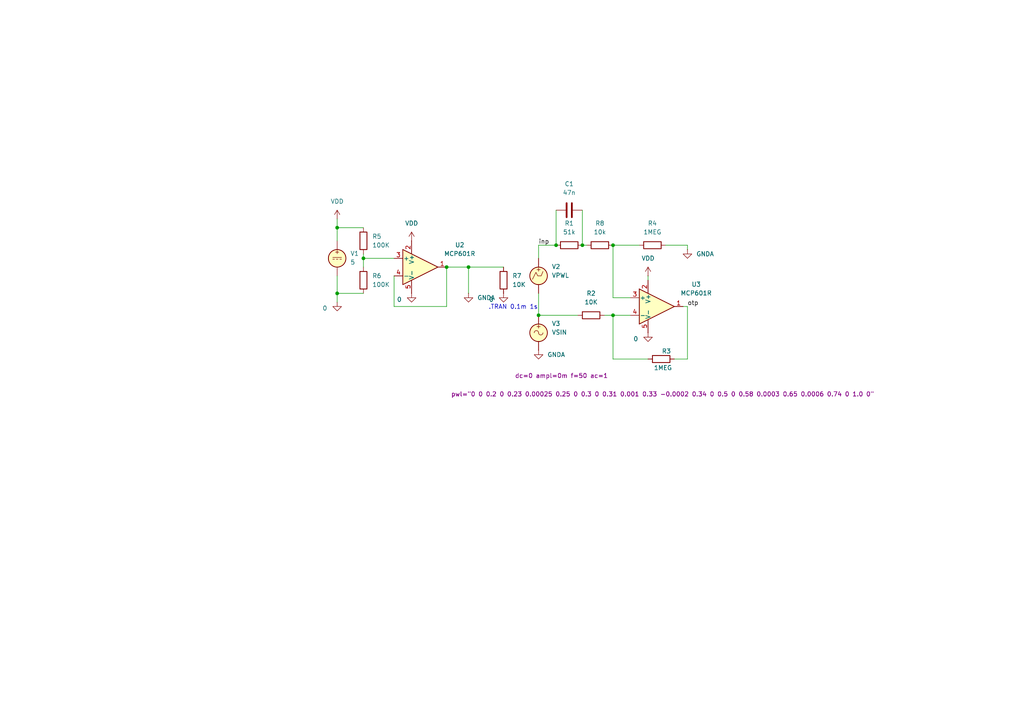
<source format=kicad_sch>
(kicad_sch (version 20250114) (generator "eeschema") (generator_version "9.0")
  (paper "A4")
  (lib_symbols
    (symbol "Amplifier_Operational:MCP601R" (pin_names (offset 0.127))
      (property "Reference" "U" (at 0 5.08 0))
      (property "Value" "MCP601R" (at 0 -5.08 0))
      (symbol "MCP601R_0_1"
        (polyline (pts (xy -5.08 5.08) (xy 5.08 0) (xy -5.08 -5.08) (xy -5.08 5.08)) (stroke (width 0.254)) (fill (type background)))
      )
      (symbol "MCP601R_1_1"
        (pin input line (at -7.62 2.54 0) (length 2.54) (name "+") (number "3"))
        (pin input line (at -7.62 -2.54 0) (length 2.54) (name "-") (number "4"))
        (pin power_in line (at -2.54 7.62 270) (length 3.81) (name "V+") (number "2"))
        (pin power_in line (at -2.54 -7.62 90) (length 3.81) (name "V-") (number "5"))
        (pin output line (at 7.62 0 180) (length 2.54) (name "~") (number "1"))
      )
    )
    (symbol "Device:C" (pin_numbers (hide yes)) (pin_names (offset 0.254))
      (property "Reference" "C" (at 0.635 2.54 0))
      (property "Value" "C" (at 0.635 -2.54 0))
      (symbol "C_0_1"
        (polyline (pts (xy -2.032 0.762) (xy 2.032 0.762)) (stroke (width 0.508)))
        (polyline (pts (xy -2.032 -0.762) (xy 2.032 -0.762)) (stroke (width 0.508)))
      )
      (symbol "C_1_1"
        (pin passive line (at 0 3.81 270) (length 2.794) (name "~") (number "1"))
        (pin passive line (at 0 -3.81 90) (length 2.794) (name "~") (number "2"))
      )
    )
    (symbol "Device:R" (pin_numbers (hide yes)) (pin_names (offset 0))
      (property "Reference" "R" (at 2.032 0 90))
      (property "Value" "R" (at 0 0 90))
      (symbol "R_0_1"
        (rectangle (start -1.016 -2.54) (end 1.016 2.54) (stroke (width 0.254)))
      )
      (symbol "R_1_1"
        (pin passive line (at 0 3.81 270) (length 1.27) (name "~") (number "1"))
        (pin passive line (at 0 -3.81 90) (length 1.27) (name "~") (number "2"))
      )
    )
    (symbol "Simulation_SPICE:VDC" (pin_numbers (hide yes)) (pin_names (offset 0.0254))
      (property "Reference" "V" (at 2.54 2.54 0))
      (property "Value" "1" (at 2.54 0 0))
      (symbol "VDC_0_0"
        (polyline (pts (xy -1.27 0.254) (xy 1.27 0.254)))
        (polyline (pts (xy -0.762 -0.254) (xy -1.27 -0.254)))
        (polyline (pts (xy 0.254 -0.254) (xy -0.254 -0.254)))
        (polyline (pts (xy 1.27 -0.254) (xy 0.762 -0.254)))
        (text "+" (at 0 1.905 0) (effects (font (size 1.27 1.27))))
      )
      (symbol "VDC_0_1"
        (circle (center 0 0) (radius 2.54) (stroke (width 0.254)) (fill (type background)))
      )
      (symbol "VDC_1_1"
        (pin passive line (at 0 5.08 270) (length 2.54) (name "~") (number "1"))
        (pin passive line (at 0 -5.08 90) (length 2.54) (name "~") (number "2"))
      )
    )
    (symbol "Simulation_SPICE:VPWL" (pin_numbers (hide yes)) (pin_names (offset 0.0254))
      (property "Reference" "V" (at 2.54 2.54 0))
      (property "Value" "VPWL" (at 2.54 0 0))
      (property "Sim.Params" "pwl=\"0 -1 50n -1 51n 0 97n 1 171n -1 200n -1\"" (at 2.54 -2.54 0))
      (symbol "VPWL_0_0"
        (polyline (pts (xy -1.778 -1.016) (xy -0.762 1.016) (xy -0.254 0) (xy 0.762 0) (xy 1.27 1.27)))
        (text "+" (at 0 1.905 0) (effects (font (size 1.27 1.27))))
      )
      (symbol "VPWL_0_1"
        (circle (center 0 0) (radius 2.54) (stroke (width 0.254)) (fill (type background)))
      )
      (symbol "VPWL_1_1"
        (pin passive line (at 0 5.08 270) (length 2.54) (name "~") (number "1"))
        (pin passive line (at 0 -5.08 90) (length 2.54) (name "~") (number "2"))
      )
    )
    (symbol "Simulation_SPICE:VSIN" (pin_numbers (hide yes)) (pin_names (offset 0.0254))
      (property "Reference" "V" (at 2.54 2.54 0))
      (property "Value" "VSIN" (at 2.54 0 0))
      (property "Sim.Params" "dc=0 ampl=1 f=1k ac=1" (at 2.54 -2.54 0))
      (symbol "VSIN_0_0"
        (arc (start -1.27 0) (mid -0.635 0.6323) (end 0 0))
        (arc (start 1.27 0) (mid 0.635 -0.6323) (end 0 0))
        (text "+" (at 0 1.905 0) (effects (font (size 1.27 1.27))))
      )
      (symbol "VSIN_0_1"
        (circle (center 0 0) (radius 2.54) (stroke (width 0.254)) (fill (type background)))
      )
      (symbol "VSIN_1_1"
        (pin passive line (at 0 5.08 270) (length 2.54) (name "~") (number "1"))
        (pin passive line (at 0 -5.08 90) (length 2.54) (name "~") (number "2"))
      )
    )
    (symbol "power:GND" (power) (pin_numbers (hide yes)) (pin_names (offset 0) (hide yes))
      (property "Value" "GND" (at 0 -3.81 0))
      (symbol "GND_0_1"
        (polyline (pts (xy 0 0) (xy 0 -1.27) (xy 1.27 -1.27) (xy 0 -2.54) (xy -1.27 -1.27) (xy 0 -1.27)))
      )
      (symbol "GND_1_1"
        (pin power_in line (at 0 0 270) (length 0) (name "~") (number "1"))
      )
    )
    (symbol "power:VDD" (power) (pin_numbers (hide yes)) (pin_names (offset 0) (hide yes))
      (property "Value" "VDD" (at 0 3.556 0))
      (symbol "VDD_0_1"
        (polyline (pts (xy -0.762 1.27) (xy 0 2.54)))
        (polyline (pts (xy 0 2.54) (xy 0.762 1.27)))
        (polyline (pts (xy 0 0) (xy 0 2.54)))
      )
      (symbol "VDD_1_1"
        (pin power_in line (at 0 0 90) (length 0) (name "~") (number "1"))
      )
    )
  )
  (text ".TRAN 0.1m 1s" (at 148.844 89.154 0) (effects (font (size 1.27 1.27))))
  (junction (at 97.79 85.09))
  (junction (at 156.21 91.44))
  (junction (at 168.91 71.12))
  (junction (at 105.41 74.93))
  (junction (at 129.54 77.47))
  (junction (at 97.79 66.04))
  (junction (at 177.8 71.12))
  (junction (at 177.8 91.44))
  (junction (at 161.29 71.12))
  (junction (at 135.89 77.47))
  (wire (pts (xy 187.96 80.01) (xy 187.96 81.28)))
  (wire (pts (xy 114.3 88.9) (xy 129.54 88.9)))
  (wire (pts (xy 193.04 71.12) (xy 199.39 71.12)))
  (wire (pts (xy 195.58 104.14) (xy 199.39 104.14)))
  (wire (pts (xy 156.21 71.12) (xy 156.21 74.93)))
  (wire (pts (xy 129.54 77.47) (xy 129.54 88.9)))
  (wire (pts (xy 161.29 60.96) (xy 161.29 71.12)))
  (wire (pts (xy 177.8 91.44) (xy 177.8 104.14)))
  (wire (pts (xy 105.41 85.09) (xy 97.79 85.09)))
  (wire (pts (xy 177.8 91.44) (xy 182.88 91.44)))
  (wire (pts (xy 187.96 104.14) (xy 177.8 104.14)))
  (wire (pts (xy 168.91 60.96) (xy 168.91 71.12)))
  (wire (pts (xy 175.26 91.44) (xy 177.8 91.44)))
  (wire (pts (xy 105.41 74.93) (xy 114.3 74.93)))
  (wire (pts (xy 156.21 91.44) (xy 167.64 91.44)))
  (wire (pts (xy 199.39 71.12) (xy 199.39 72.39)))
  (wire (pts (xy 97.79 85.09) (xy 97.79 80.01)))
  (wire (pts (xy 177.8 71.12) (xy 177.8 86.36)))
  (wire (pts (xy 129.54 77.47) (xy 135.89 77.47)))
  (wire (pts (xy 198.12 88.9) (xy 199.39 88.9)))
  (wire (pts (xy 105.41 73.66) (xy 105.41 74.93)))
  (wire (pts (xy 114.3 88.9) (xy 114.3 80.01)))
  (wire (pts (xy 97.79 66.04) (xy 97.79 69.85)))
  (wire (pts (xy 156.21 71.12) (xy 161.29 71.12)))
  (wire (pts (xy 105.41 74.93) (xy 105.41 77.47)))
  (wire (pts (xy 135.89 77.47) (xy 146.05 77.47)))
  (wire (pts (xy 97.79 85.09) (xy 97.79 87.63)))
  (wire (pts (xy 105.41 66.04) (xy 97.79 66.04)))
  (wire (pts (xy 168.91 71.12) (xy 170.18 71.12)))
  (wire (pts (xy 135.89 77.47) (xy 135.89 85.09)))
  (wire (pts (xy 177.8 86.36) (xy 182.88 86.36)))
  (wire (pts (xy 97.79 66.04) (xy 97.79 63.5)))
  (wire (pts (xy 199.39 88.9) (xy 199.39 104.14)))
  (wire (pts (xy 156.21 85.09) (xy 156.21 91.44)))
  (wire (pts (xy 177.8 71.12) (xy 185.42 71.12)))
  (label "inp" (at 156.21 71.12 0))
  (label "otp" (at 199.39 88.9 0))
  (symbol (lib_id "power:GND") (at 156.21 101.6 0) (unit 1)
    (property "Reference" "#PWR02" (effects (hide yes)))
    (property "Value" "GNDA" (at 158.75 102.8699 0) (effects (justify left)))
    (property "Description" "Power symbol creates a global label with name \"GND\" , ground" (effects (hide yes)))
  )
  (symbol (lib_id "power:GND") (at 146.05 85.09 0) (unit 1)
    (property "Reference" "#PWR07" (effects (hide yes)))
    (property "Value" "0" (at 142.494 86.868 0))
    (property "Description" "Power symbol creates a global label with name \"GND\" , ground" (effects (hide yes)))
  )
  (symbol (lib_id "Device:R") (at 171.45 91.44 90) (unit 1)
    (property "Reference" "R2" (at 171.45 85.09 90))
    (property "Value" "10K" (at 171.45 87.63 90))
    (property "Description" "Resistor" (effects (hide yes)))
  )
  (symbol (lib_id "power:GND") (at 135.89 85.09 0) (unit 1)
    (property "Reference" "#PWR08" (effects (hide yes)))
    (property "Value" "GNDA" (at 138.43 86.3599 0) (effects (justify left)))
    (property "Description" "Power symbol creates a global label with name \"GND\" , ground" (effects (hide yes)))
  )
  (symbol (lib_id "Device:R") (at 191.77 104.14 90) (unit 1)
    (property "Reference" "R3" (at 193.294 101.854 90))
    (property "Value" "1MEG" (at 192.278 106.68 90))
    (property "Description" "Resistor" (effects (hide yes)))
  )
  (symbol (lib_id "power:GND") (at 119.38 85.09 0) (unit 1)
    (property "Reference" "#PWR06" (effects (hide yes)))
    (property "Value" "0" (at 115.824 86.868 0))
    (property "Description" "Power symbol creates a global label with name \"GND\" , ground" (effects (hide yes)))
  )
  (symbol (lib_id "Device:R") (at 105.41 69.85 0) (unit 1)
    (property "Reference" "R5" (at 107.95 68.5799 0) (effects (justify left)))
    (property "Value" "100K" (at 107.95 71.1199 0) (effects (justify left)))
    (property "Description" "Resistor" (effects (hide yes)))
  )
  (symbol (lib_id "Amplifier_Operational:MCP601R") (at 190.5 88.9 0) (unit 1)
    (property "Reference" "U3" (at 201.93 82.4798 0))
    (property "Value" "MCP601R" (at 201.93 85.0198 0))
    (property "Footprint" "Package_TO_SOT_SMD:SOT-23-5" (effects (hide yes)))
    (property "Datasheet" "https://ww1.microchip.com/downloads/en/DeviceDoc/21314g.pdf" (effects (hide yes)))
    (property "Description" "Single 2.7V to 6.0V Single Supply CMOS Op Amps, SOT-23-5" (effects (hide yes)))
    (property "Sim.Library" "/home/pepika/work/faks/medicinska_elektronika/vezba1/MCP601_opamp.txt" (effects (hide yes)))
    (property "Sim.Name" "MCP601" (effects (hide yes)))
    (property "Sim.Device" "SUBCKT" (effects (hide yes)))
    (property "Sim.Pins" "1=5 2=3 3=1 4=2 5=4" (effects (hide yes)))
  )
  (symbol (lib_id "Device:R") (at 146.05 81.28 0) (unit 1)
    (property "Reference" "R7" (at 148.59 80.0099 0) (effects (justify left)))
    (property "Value" "10K" (at 148.59 82.5499 0) (effects (justify left)))
    (property "Description" "Resistor" (effects (hide yes)))
  )
  (symbol (lib_id "Device:R") (at 105.41 81.28 0) (unit 1)
    (property "Reference" "R6" (at 107.95 80.0099 0) (effects (justify left)))
    (property "Value" "100K" (at 107.95 82.5499 0) (effects (justify left)))
    (property "Description" "Resistor" (effects (hide yes)))
  )
  (symbol (lib_id "power:GND") (at 97.79 87.63 0) (unit 1)
    (property "Reference" "#PWR01" (effects (hide yes)))
    (property "Value" "0" (at 94.234 89.408 0))
    (property "Description" "Power symbol creates a global label with name \"GND\" , ground" (effects (hide yes)))
  )
  (symbol (lib_id "power:VDD") (at 187.96 80.01 0) (unit 1)
    (property "Reference" "#PWR05" (effects (hide yes)))
    (property "Value" "VDD" (at 187.96 74.93 0))
    (property "Description" "Power symbol creates a global label with name \"VDD\"" (effects (hide yes)))
  )
  (symbol (lib_id "Device:R") (at 165.1 71.12 90) (unit 1)
    (property "Reference" "R1" (at 165.1 64.77 90))
    (property "Value" "51k" (at 165.1 67.31 90))
    (property "Description" "Resistor" (effects (hide yes)))
  )
  (symbol (lib_id "Simulation_SPICE:VSIN") (at 156.21 96.52 0) (unit 1)
    (property "Reference" "V3" (at 160.02 93.8501 0) (effects (justify left)))
    (property "Value" "VSIN" (at 160.02 96.3901 0) (effects (justify left)))
    (property "Datasheet" "https://ngspice.sourceforge.io/docs/ngspice-html-manual/manual.xhtml#sec_Independent_Sources_for" (effects (hide yes)))
    (property "Description" "Voltage source, sinusoidal" (effects (hide yes)))
    (property "Sim.Pins" "1=+ 2=-" (effects (hide yes)))
    (property "Sim.Params" "dc=0 ampl=0m f=50 ac=1" (at 149.352 108.966 0) (effects (justify left)))
    (property "Sim.Type" "SIN" (effects (hide yes)))
    (property "Sim.Device" "V" (effects (hide yes)))
  )
  (symbol (lib_id "Device:C") (at 165.1 60.96 90) (unit 1)
    (property "Reference" "C1" (at 165.1 53.34 90))
    (property "Value" "47n" (at 165.1 55.88 90))
    (property "Description" "Unpolarized capacitor" (effects (hide yes)))
  )
  (symbol (lib_id "Device:R") (at 189.23 71.12 90) (unit 1)
    (property "Reference" "R4" (at 189.23 64.77 90))
    (property "Value" "1MEG" (at 189.23 67.31 90))
    (property "Description" "Resistor" (effects (hide yes)))
  )
  (symbol (lib_id "power:GND") (at 199.39 72.39 0) (unit 1)
    (property "Reference" "#PWR04" (effects (hide yes)))
    (property "Value" "GNDA" (at 201.93 73.6599 0) (effects (justify left)))
    (property "Description" "Power symbol creates a global label with name \"GND\" , ground" (effects (hide yes)))
  )
  (symbol (lib_id "power:VDD") (at 119.38 69.85 0) (unit 1)
    (property "Reference" "#PWR010" (effects (hide yes)))
    (property "Value" "VDD" (at 119.38 64.77 0))
    (property "Description" "Power symbol creates a global label with name \"VDD\"" (effects (hide yes)))
  )
  (symbol (lib_id "power:VDD") (at 97.79 63.5 0) (unit 1)
    (property "Reference" "#PWR09" (effects (hide yes)))
    (property "Value" "VDD" (at 97.79 58.42 0))
    (property "Description" "Power symbol creates a global label with name \"VDD\"" (effects (hide yes)))
  )
  (symbol (lib_id "Simulation_SPICE:VPWL") (at 156.21 80.01 0) (unit 1)
    (property "Reference" "V2" (at 160.02 77.3401 0) (effects (justify left)))
    (property "Value" "VPWL" (at 160.02 79.8801 0) (effects (justify left)))
    (property "Datasheet" "https://ngspice.sourceforge.io/docs/ngspice-html-manual/manual.xhtml#sec_Independent_Sources_for" (effects (hide yes)))
    (property "Description" "Voltage source, piece-wise linear" (effects (hide yes)))
    (property "Sim.Pins" "1=+ 2=-" (effects (hide yes)))
    (property "Sim.Device" "V" (effects (hide yes)))
    (property "Sim.Params" "pwl=\"0 0 0.2 0 0.23 0.00025 0.25 0 0.3 0 0.31 0.001 0.33 -0.0002 0.34 0 0.5 0 0.58 0.0003 0.65 0.0006 0.74 0 1.0 0\"" (at 130.81 114.3 0) (effects (justify left)))
    (property "Sim.Type" "PWL" (effects (hide yes)))
  )
  (symbol (lib_id "Device:R") (at 173.99 71.12 90) (unit 1)
    (property "Reference" "R8" (at 173.99 64.77 90))
    (property "Value" "10k" (at 173.99 67.31 90))
    (property "Description" "Resistor" (effects (hide yes)))
  )
  (symbol (lib_id "Amplifier_Operational:MCP601R") (at 121.92 77.47 0) (unit 1)
    (property "Reference" "U2" (at 133.35 71.0498 0))
    (property "Value" "MCP601R" (at 133.35 73.5898 0))
    (property "Footprint" "Package_TO_SOT_SMD:SOT-23-5" (effects (hide yes)))
    (property "Datasheet" "https://ww1.microchip.com/downloads/en/DeviceDoc/21314g.pdf" (effects (hide yes)))
    (property "Description" "Single 2.7V to 6.0V Single Supply CMOS Op Amps, SOT-23-5" (effects (hide yes)))
    (property "Sim.Library" "/home/pepika/work/faks/medicinska_elektronika/vezba1/MCP601_opamp.txt" (effects (hide yes)))
    (property "Sim.Name" "MCP601" (effects (hide yes)))
    (property "Sim.Device" "SUBCKT" (effects (hide yes)))
    (property "Sim.Pins" "1=5 2=3 3=1 4=2 5=4" (effects (hide yes)))
  )
  (symbol (lib_id "Simulation_SPICE:VDC") (at 97.79 74.93 0) (unit 1)
    (property "Reference" "V1" (at 101.6 73.5301 0) (effects (justify left)))
    (property "Value" "5" (at 101.6 76.0701 0) (effects (justify left)))
    (property "Datasheet" "https://ngspice.sourceforge.io/docs/ngspice-html-manual/manual.xhtml#sec_Independent_Sources_for" (effects (hide yes)))
    (property "Description" "Voltage source, DC" (effects (hide yes)))
    (property "Sim.Pins" "1=+ 2=-" (effects (hide yes)))
    (property "Sim.Type" "DC" (effects (hide yes)))
    (property "Sim.Device" "V" (effects (hide yes)))
  )
  (symbol (lib_id "power:GND") (at 187.96 96.52 0) (unit 1)
    (property "Reference" "#PWR03" (effects (hide yes)))
    (property "Value" "0" (at 184.404 98.298 0))
    (property "Description" "Power symbol creates a global label with name \"GND\" , ground" (effects (hide yes)))
  )
)
</source>
